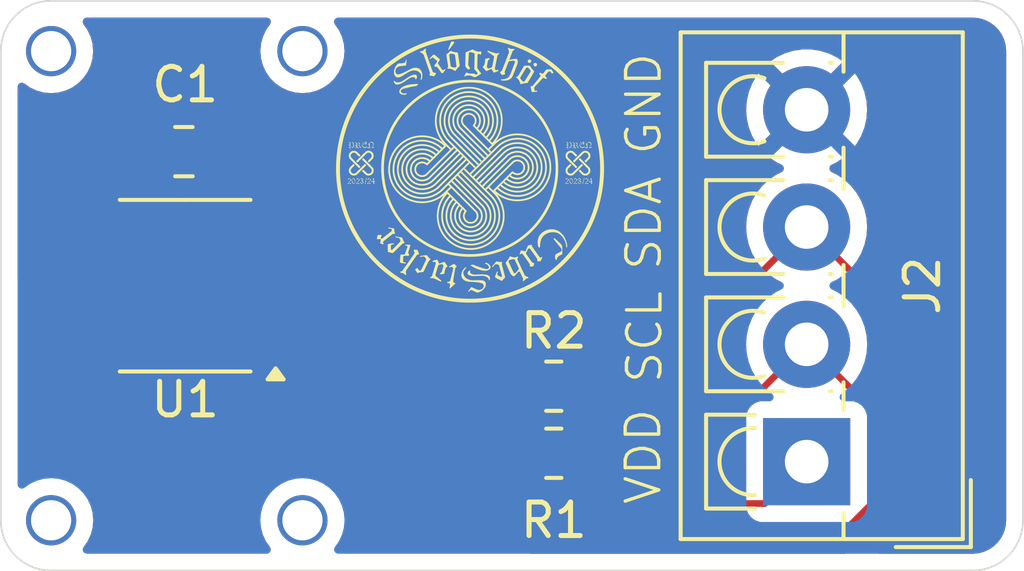
<source format=kicad_pcb>
(kicad_pcb (version 20221018) (generator pcbnew)
  (layers (0 "F.Cu" signal) (31 "B.Cu" signal) (34 "B.Paste" user) (35 "F.Paste" user) (36 "B.SilkS" user "B.Silkscreen") (37 "F.SilkS" user "F.Silkscreen") (38 "B.Mask" user) (39 "F.Mask" user) (44 "Edge.Cuts" user))
  (net 0 "")
  (net 1 "+5V")
  (net 2 "GND")
  (net 3 "Net-(J2-Pin_2)")
  (net 4 "Net-(J2-Pin_3)")
  (footprint "Resistor_SMD:R_0805_2012Metric_Pad1.20x1.40mm_HandSolder" (layer "F.Cu") (at 139 125.5)
    (fp_text reference "R1" (at 0 2) (layer "F.SilkS"))
    (fp_text value "6k8")
    (pad "1" smd roundrect (at -1 0) (size 1.2 1.4) (layers "F.Cu" "F.Paste" "F.Mask") (roundrect_rratio 0.208333) (net 1 "+5V"))
    (pad "2" smd roundrect (at 1 0) (size 1.2 1.4) (layers "F.Cu" "F.Paste" "F.Mask") (roundrect_rratio 0.208333) (net 3 "Net-(J2-Pin_2)"))
  )
  (footprint "logo:Skógahöf_XS" (layer "F.Cu") (at 136.5 117)
    (fp_text reference "G***" hide)
    (fp_text value "LOGO" hide)
  )
  (footprint "Resistor_SMD:R_0805_2012Metric_Pad1.20x1.40mm_HandSolder" (layer "F.Cu") (at 139 123.5)
    (fp_text reference "R2" (at 0 -1.65) (layer "F.SilkS"))
    (fp_text value "6k8")
    (pad "1" smd roundrect (at -1 0) (size 1.2 1.4) (layers "F.Cu" "F.Paste" "F.Mask") (roundrect_rratio 0.208333) (net 1 "+5V"))
    (pad "2" smd roundrect (at 1 0) (size 1.2 1.4) (layers "F.Cu" "F.Paste" "F.Mask") (roundrect_rratio 0.208333) (net 4 "Net-(J2-Pin_3)"))
  )
  (footprint "Capacitor_SMD:C_0805_2012Metric_Pad1.18x1.45mm_HandSolder" (layer "F.Cu") (at 127.9625 116.5 180)
    (fp_text reference "C1" (at -0.0375 2) (layer "F.SilkS"))
    (fp_text value "100nF")
    (pad "1" smd roundrect (at -1.0375 0 180) (size 1.175 1.45) (layers "F.Cu" "F.Paste" "F.Mask") (roundrect_rratio 0.212766) (net 1 "+5V"))
    (pad "2" smd roundrect (at 1.0375 0 180) (size 1.175 1.45) (layers "F.Cu" "F.Paste" "F.Mask") (roundrect_rratio 0.212766) (net 2 "GND"))
  )
  (footprint "TerminalBlock_4Ucon:TerminalBlock_4Ucon_1x04_P3.50mm_Vertical" (layer "F.Cu") (at 146.545 125.75 90)
    (fp_text reference "J2" (at 5.25 3.455 90) (layer "F.SilkS"))
    (fp_text value "RaspberryHall")
    (pad "1" thru_hole rect (at 0 0 90) (size 2.6 2.6) (drill 1.3) (layers "*.Cu" "*.Mask") (net 1 "+5V"))
    (pad "2" thru_hole circle (at 3.5 0 90) (size 2.6 2.6) (drill 1.3) (layers "*.Cu" "*.Mask") (net 3 "Net-(J2-Pin_2)"))
    (pad "3" thru_hole circle (at 7 0 90) (size 2.6 2.6) (drill 1.3) (layers "*.Cu" "*.Mask") (net 4 "Net-(J2-Pin_3)"))
    (pad "4" thru_hole circle (at 10.5 0 90) (size 2.6 2.6) (drill 1.3) (layers "*.Cu" "*.Mask") (net 2 "GND"))
  )
  (footprint "Package_SO:SOIC-8_3.9x4.9mm_P1.27mm" (layer "F.Cu") (at 128 120.5 180)
    (fp_text reference "U1" (at 0 -3.4) (layer "F.SilkS"))
    (fp_text value "~")
    (pad "1" smd roundrect (at -2.475 -1.905 180) (size 1.95 0.6) (layers "F.Cu" "F.Paste" "F.Mask") (net 2 "GND"))
    (pad "2" smd roundrect (at -2.475 -0.635 180) (size 1.95 0.6) (layers "F.Cu" "F.Paste" "F.Mask") (net 2 "GND"))
    (pad "3" smd roundrect (at -2.475 0.635 180) (size 1.95 0.6) (layers "F.Cu" "F.Paste" "F.Mask") (net 1 "+5V"))
    (pad "4" smd roundrect (at -2.475 1.905 180) (size 1.95 0.6) (layers "F.Cu" "F.Paste" "F.Mask") (net 2 "GND"))
    (pad "5" smd roundrect (at 2.475 1.905 180) (size 1.95 0.6) (layers "F.Cu" "F.Paste" "F.Mask") (net 2 "GND"))
    (pad "6" smd roundrect (at 2.475 0.635 180) (size 1.95 0.6) (layers "F.Cu" "F.Paste" "F.Mask") (net 4 "Net-(J2-Pin_3)"))
    (pad "7" smd roundrect (at 2.475 -0.635 180) (size 1.95 0.6) (layers "F.Cu" "F.Paste" "F.Mask") (net 3 "Net-(J2-Pin_2)"))
    (pad "8" smd roundrect (at 2.475 -1.905 180) (size 1.95 0.6) (layers "F.Cu" "F.Paste" "F.Mask") (net 2 "GND"))
  )
  (gr_arc (start 151.5 112) (mid 152.56066 112.43934) (end 153 113.5) (stroke (width 0.05)) (layer "Edge.Cuts"))
  (gr_line (start 124 112) (end 151.5 112) (stroke (width 0.05)) (layer "Edge.Cuts"))
  (gr_line (start 122.5 127.5) (end 122.5 113.5) (stroke (width 0.05)) (layer "Edge.Cuts"))
  (gr_arc (start 153 127.5) (mid 152.56066 128.56066) (end 151.5 129) (stroke (width 0.05)) (layer "Edge.Cuts"))
  (gr_arc (start 124 129) (mid 122.93934 128.56066) (end 122.5 127.5) (stroke (width 0.05)) (layer "Edge.Cuts"))
  (gr_line (start 151.5 129) (end 124 129) (stroke (width 0.05)) (layer "Edge.Cuts"))
  (gr_arc (start 122.5 113.5) (mid 122.93934 112.43934) (end 124 112) (stroke (width 0.05)) (layer "Edge.Cuts"))
  (gr_line (start 153 127.5) (end 153 113.5) (stroke (width 0.05)) (layer "Edge.Cuts"))
  (gr_text "SDA" (at 142.275079 120.104153 90) (layer "F.SilkS") (effects (font (size 1 1) (thickness 0.1)) (justify left bottom)))
  (gr_text "SCL" (at 142.295527 123.477956 90) (layer "F.SilkS") (effects (font (size 1 1) (thickness 0.1)) (justify left bottom)))
  (gr_text "GND" (at 142.269007 116.661661 90) (layer "F.SilkS") (effects (font (size 1 1) (thickness 0.1)) (justify left bottom)))
  (gr_text "VDD" (at 142.25738 127.088881 90) (layer "F.SilkS") (effects (font (size 1 1) (thickness 0.1)) (justify left bottom)))
  (via (at 124 127.5) (size 1.5) (drill 1.2) (layers "F.Cu" "B.Cu") (net 0))
  (via (at 131.5 113.5) (size 1.5) (drill 1.2) (layers "F.Cu" "B.Cu") (net 0))
  (via (at 124 113.5) (size 1.5) (drill 1.2) (layers "F.Cu" "B.Cu") (net 0))
  (via (at 131.5 127.5) (size 1.5) (drill 1.2) (layers "F.Cu" "B.Cu") (net 0))
  (segment (start 129.500001 119.865) (end 130.475 119.865) (width 0.2) (layer "F.Cu") (net 1))
  (segment (start 129 116.5) (end 129 119.5) (width 0.2) (layer "F.Cu") (net 1))
  (segment (start 138 123.5) (end 138 125.5) (width 0.2) (layer "F.Cu") (net 1))
  (segment (start 129 119.5) (end 129.365 119.865) (width 0.2) (layer "F.Cu") (net 1))
  (segment (start 128.5 122.5) (end 128.5 120.865) (width 0.2) (layer "F.Cu") (net 1))
  (segment (start 139.5 127) (end 145.295 127) (width 0.2) (layer "F.Cu") (net 1))
  (segment (start 129.365 119.865) (end 130.475 119.865) (width 0.2) (layer "F.Cu") (net 1))
  (segment (start 128.5 120.865) (end 129.500001 119.865) (width 0.2) (layer "F.Cu") (net 1))
  (segment (start 129.5 123.5) (end 128.5 122.5) (width 0.2) (layer "F.Cu") (net 1))
  (segment (start 138 125.5) (end 139.5 127) (width 0.2) (layer "F.Cu") (net 1))
  (segment (start 138 123.5) (end 129.5 123.5) (width 0.2) (layer "F.Cu") (net 1))
  (segment (start 145.295 127) (end 146.545 125.75) (width 0.2) (layer "F.Cu") (net 1))
  (segment (start 148.5 124.205) (end 148.5 126.995) (width 0.2) (layer "F.Cu") (net 3))
  (segment (start 124 122.495552) (end 124 121.685001) (width 0.2) (layer "F.Cu") (net 3))
  (segment (start 127.004448 125.5) (end 124 122.495552) (width 0.2) (layer "F.Cu") (net 3))
  (segment (start 136 125.5) (end 127.004448 125.5) (width 0.2) (layer "F.Cu") (net 3))
  (segment (start 138.5 128) (end 136 125.5) (width 0.2) (layer "F.Cu") (net 3))
  (segment (start 124.550001 121.135) (end 125.525 121.135) (width 0.2) (layer "F.Cu") (net 3))
  (segment (start 146.545 122.25) (end 148.5 124.205) (width 0.2) (layer "F.Cu") (net 3))
  (segment (start 143.295 125.5) (end 146.545 122.25) (width 0.2) (layer "F.Cu") (net 3))
  (segment (start 140 125.5) (end 143.295 125.5) (width 0.2) (layer "F.Cu") (net 3))
  (segment (start 124 121.685001) (end 124.550001 121.135) (width 0.2) (layer "F.Cu") (net 3))
  (segment (start 147.495 128) (end 138.5 128) (width 0.2) (layer "F.Cu") (net 3))
  (segment (start 148.5 126.995) (end 147.495 128) (width 0.2) (layer "F.Cu") (net 3))
  (segment (start 138.334314 128.4) (end 135.834314 125.9) (width 0.2) (layer "F.Cu") (net 4))
  (segment (start 126.838763 125.9) (end 123.5 122.561237) (width 0.2) (layer "F.Cu") (net 4))
  (segment (start 148.9 127.160685) (end 147.660686 128.4) (width 0.2) (layer "F.Cu") (net 4))
  (segment (start 140 123.5) (end 141.795 123.5) (width 0.2) (layer "F.Cu") (net 4))
  (segment (start 124.550001 119.865) (end 125.525 119.865) (width 0.2) (layer "F.Cu") (net 4))
  (segment (start 146.545 118.75) (end 148.9 121.105) (width 0.2) (layer "F.Cu") (net 4))
  (segment (start 148.9 121.105) (end 148.9 127.160685) (width 0.2) (layer "F.Cu") (net 4))
  (segment (start 123.5 122.561237) (end 123.5 120.915001) (width 0.2) (layer "F.Cu") (net 4))
  (segment (start 123.5 120.915001) (end 124.550001 119.865) (width 0.2) (layer "F.Cu") (net 4))
  (segment (start 135.834314 125.9) (end 126.838763 125.9) (width 0.2) (layer "F.Cu") (net 4))
  (segment (start 141.795 123.5) (end 146.545 118.75) (width 0.2) (layer "F.Cu") (net 4))
  (segment (start 147.660686 128.4) (end 138.334314 128.4) (width 0.2) (layer "F.Cu") (net 4))
  (zone (net 2) (net_name "GND") (layer "F.Cu") (priority 1) (connect_pads (clearance 0.5)) (min_thickness 0.25) (fill yes (thermal_gap 0.5) (thermal_bridge_width 0.5))
    (polygon (pts (xy 153 112) (xy 153 129) (xy 122.5 129) (xy 122.5 112)))
  )
  (zone (net 2) (net_name "GND") (layer "B.Cu") (connect_pads (clearance 0.5)) (min_thickness 0.25) (fill yes (thermal_gap 0.5) (thermal_bridge_width 0.5))
    (polygon (pts (xy 122.5 112) (xy 122.5 129) (xy 153 129) (xy 153 112)))
  )
)
</source>
